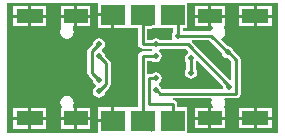
<source format=gbl>
G04*
G04 #@! TF.GenerationSoftware,Altium Limited,Altium Designer,18.1.7 (191)*
G04*
G04 Layer_Physical_Order=2*
G04 Layer_Color=16711680*
%FSLAX44Y44*%
%MOMM*%
G71*
G01*
G75*
%ADD21C,0.2540*%
%ADD22R,2.0000X1.8000*%
%ADD23R,2.0000X1.2000*%
%ADD24R,2.3000X1.2000*%
%ADD25C,0.5080*%
G36*
X1266115Y460330D02*
X1265215Y458982D01*
X1264820Y457000D01*
X1265188Y455155D01*
X1265101Y454775D01*
X1264625Y453885D01*
X1254330D01*
X1252982Y454785D01*
X1251000Y455179D01*
X1249018Y454785D01*
X1247670Y453885D01*
X1243885D01*
Y463115D01*
X1247000D01*
X1248487Y463411D01*
X1248560Y463460D01*
X1252540D01*
Y463460D01*
X1252860D01*
Y463460D01*
X1266115D01*
Y460330D01*
D02*
G37*
G36*
X1278606Y443900D02*
X1278363Y442347D01*
X1277337Y441662D01*
X1276215Y439982D01*
X1275820Y438000D01*
X1276215Y436018D01*
X1277115Y434670D01*
Y429330D01*
X1276215Y427982D01*
X1275820Y426000D01*
X1276215Y424018D01*
X1277337Y422337D01*
X1279018Y421215D01*
X1281000Y420821D01*
X1282982Y421215D01*
X1284662Y422337D01*
X1285785Y424018D01*
X1286180Y426000D01*
X1285785Y427982D01*
X1284885Y429330D01*
Y434670D01*
X1285347Y435363D01*
X1286900Y435606D01*
X1307934Y414572D01*
X1307820Y414000D01*
X1307989Y413155D01*
X1306946Y411885D01*
X1256609D01*
X1255853Y412640D01*
X1255785Y412982D01*
X1254662Y414663D01*
X1253804Y415236D01*
Y416764D01*
X1254662Y417337D01*
X1255785Y419018D01*
X1256180Y421000D01*
X1255785Y422982D01*
X1254662Y424663D01*
X1252982Y425785D01*
X1251000Y426180D01*
X1249018Y425785D01*
X1247670Y424885D01*
X1245000D01*
X1244866Y424858D01*
X1243885Y425664D01*
Y436115D01*
X1247670D01*
X1249018Y435215D01*
X1251000Y434821D01*
X1252982Y435215D01*
X1254662Y436338D01*
X1255785Y438018D01*
X1256180Y440000D01*
X1255785Y441982D01*
X1254662Y443662D01*
X1254212Y443963D01*
X1254129Y445368D01*
X1254928Y446115D01*
X1276391D01*
X1278606Y443900D01*
D02*
G37*
G36*
X1306898Y442698D02*
X1307215Y441108D01*
X1308338Y439427D01*
X1310018Y438305D01*
X1312000Y437910D01*
X1312572Y438024D01*
X1315115Y435481D01*
Y420174D01*
X1313845Y419648D01*
X1281648Y451845D01*
X1282174Y453115D01*
X1296481D01*
X1306898Y442698D01*
D02*
G37*
G36*
X1202060Y476270D02*
X1214600D01*
Y475000D01*
X1215870D01*
Y463460D01*
X1227140D01*
Y463460D01*
X1227460D01*
Y463460D01*
X1236115D01*
Y450000D01*
X1236411Y448513D01*
X1237253Y447253D01*
X1238513Y446411D01*
X1240000Y446115D01*
X1247670D01*
X1247788Y446037D01*
X1247871Y444632D01*
X1247072Y443885D01*
X1240000D01*
X1238513Y443589D01*
X1237253Y442747D01*
X1236411Y441487D01*
X1236115Y440000D01*
Y396540D01*
X1227460D01*
Y396540D01*
X1227140D01*
Y396540D01*
X1215870D01*
Y385000D01*
X1214600D01*
Y383730D01*
X1202060D01*
Y375000D01*
X1125000D01*
Y485000D01*
X1202060D01*
Y476270D01*
D02*
G37*
G36*
X1355000Y375000D02*
X1277940D01*
Y396540D01*
X1269285D01*
Y399000D01*
X1268989Y400487D01*
X1268147Y401747D01*
X1266887Y402589D01*
X1265598Y402845D01*
X1265723Y404115D01*
X1298165D01*
X1298764Y402995D01*
X1298546Y402669D01*
X1298096Y400410D01*
X1298546Y398151D01*
X1299301Y397020D01*
X1298623Y395750D01*
X1298100D01*
Y388480D01*
X1309370D01*
Y395750D01*
X1309370D01*
X1308698Y397020D01*
X1309454Y398151D01*
X1309903Y400410D01*
X1309454Y402669D01*
X1309236Y402995D01*
X1309835Y404115D01*
X1319000D01*
X1320487Y404411D01*
X1321747Y405253D01*
X1322589Y406513D01*
X1322885Y408000D01*
Y436548D01*
X1322975Y437000D01*
X1322679Y438487D01*
X1321837Y439747D01*
X1316853Y444730D01*
X1316785Y445072D01*
X1316623Y445315D01*
X1316589Y445487D01*
X1315747Y446747D01*
X1314487Y447589D01*
X1314378Y447611D01*
X1313982Y447875D01*
X1312392Y448191D01*
X1306730Y453853D01*
X1306957Y455422D01*
X1308174Y456236D01*
X1309454Y458151D01*
X1309903Y460410D01*
X1309454Y462669D01*
X1308632Y463900D01*
X1309310Y465170D01*
X1309370D01*
Y472440D01*
X1298100D01*
Y465170D01*
X1298690D01*
X1299368Y463900D01*
X1298546Y462669D01*
X1298187Y460865D01*
X1298090Y460885D01*
X1273885D01*
Y463460D01*
X1277940D01*
Y485000D01*
X1355000D01*
Y375000D01*
D02*
G37*
%LPC*%
G36*
X1195710Y482150D02*
X1184440D01*
Y474880D01*
X1195710D01*
Y482150D01*
D02*
G37*
G36*
X1181900D02*
X1170630D01*
Y474880D01*
X1181900D01*
Y482150D01*
D02*
G37*
G36*
X1158610D02*
X1145840D01*
Y474880D01*
X1158610D01*
Y482150D01*
D02*
G37*
G36*
X1143300D02*
X1130530D01*
Y474880D01*
X1143300D01*
Y482150D01*
D02*
G37*
G36*
X1181900Y472340D02*
X1170630D01*
Y465070D01*
X1170630D01*
X1171301Y463800D01*
X1170546Y462669D01*
X1170097Y460410D01*
X1170546Y458151D01*
X1171826Y456236D01*
X1173741Y454956D01*
X1176000Y454507D01*
X1178259Y454956D01*
X1180174Y456236D01*
X1181454Y458151D01*
X1181904Y460410D01*
X1181454Y462669D01*
X1180698Y463800D01*
X1181377Y465070D01*
X1181900D01*
Y472340D01*
D02*
G37*
G36*
X1195710D02*
X1184440D01*
Y465070D01*
X1195710D01*
Y472340D01*
D02*
G37*
G36*
X1158610D02*
X1145840D01*
Y465070D01*
X1158610D01*
Y472340D01*
D02*
G37*
G36*
X1143300D02*
X1130530D01*
Y465070D01*
X1143300D01*
Y472340D01*
D02*
G37*
G36*
X1213330Y473730D02*
X1202060D01*
Y463460D01*
X1213330D01*
Y473730D01*
D02*
G37*
G36*
X1203000Y455179D02*
X1201018Y454785D01*
X1199337Y453662D01*
X1198215Y451982D01*
X1197898Y450392D01*
X1194253Y446747D01*
X1193411Y445486D01*
X1193115Y444000D01*
Y426000D01*
X1193411Y424513D01*
X1194253Y423253D01*
X1197898Y419608D01*
X1198215Y418018D01*
X1199337Y416338D01*
X1200196Y415764D01*
Y414236D01*
X1199337Y413662D01*
X1198215Y411982D01*
X1197821Y410000D01*
X1198215Y408018D01*
X1199337Y406338D01*
X1201018Y405215D01*
X1203000Y404821D01*
X1204982Y405215D01*
X1206663Y406338D01*
X1207785Y408018D01*
X1208102Y409608D01*
X1211747Y413253D01*
X1212589Y414513D01*
X1212885Y416000D01*
Y434000D01*
X1212589Y435487D01*
X1211747Y436747D01*
X1208102Y440392D01*
X1207785Y441982D01*
X1206663Y443662D01*
X1205804Y444236D01*
Y445764D01*
X1206663Y446338D01*
X1207785Y448018D01*
X1208179Y450000D01*
X1207785Y451982D01*
X1206663Y453662D01*
X1204982Y454785D01*
X1203000Y455179D01*
D02*
G37*
G36*
X1195710Y395650D02*
X1184440D01*
Y388380D01*
X1195710D01*
Y395650D01*
D02*
G37*
G36*
X1176000Y406314D02*
X1173741Y405864D01*
X1171826Y404584D01*
X1170546Y402669D01*
X1170097Y400410D01*
X1170546Y398151D01*
X1171368Y396920D01*
X1170690Y395650D01*
X1170630D01*
Y388380D01*
X1181900D01*
Y395650D01*
X1181311D01*
X1180632Y396920D01*
X1181454Y398151D01*
X1181904Y400410D01*
X1181454Y402669D01*
X1180174Y404584D01*
X1178259Y405864D01*
X1176000Y406314D01*
D02*
G37*
G36*
X1158610Y395650D02*
X1145840D01*
Y388380D01*
X1158610D01*
Y395650D01*
D02*
G37*
G36*
X1143300D02*
X1130530D01*
Y388380D01*
X1143300D01*
Y395650D01*
D02*
G37*
G36*
X1213330Y396540D02*
X1202060D01*
Y386270D01*
X1213330D01*
Y396540D01*
D02*
G37*
G36*
X1195710Y385840D02*
X1184440D01*
Y378570D01*
X1195710D01*
Y385840D01*
D02*
G37*
G36*
X1181900D02*
X1170630D01*
Y378570D01*
X1181900D01*
Y385840D01*
D02*
G37*
G36*
X1158610D02*
X1145840D01*
Y378570D01*
X1158610D01*
Y385840D01*
D02*
G37*
G36*
X1143300D02*
X1130530D01*
Y378570D01*
X1143300D01*
Y385840D01*
D02*
G37*
G36*
X1349470Y482250D02*
X1336700D01*
Y474980D01*
X1349470D01*
Y482250D01*
D02*
G37*
G36*
X1309370D02*
X1298100D01*
Y474980D01*
X1309370D01*
Y482250D01*
D02*
G37*
G36*
X1295560D02*
X1284290D01*
Y474980D01*
X1295560D01*
Y482250D01*
D02*
G37*
G36*
X1334160D02*
X1321390D01*
Y474980D01*
X1334160D01*
Y482250D01*
D02*
G37*
G36*
X1349470Y472440D02*
X1336700D01*
Y465170D01*
X1349470D01*
Y472440D01*
D02*
G37*
G36*
X1334160D02*
X1321390D01*
Y465170D01*
X1334160D01*
Y472440D01*
D02*
G37*
G36*
X1295560D02*
X1284290D01*
Y465170D01*
X1295560D01*
Y472440D01*
D02*
G37*
G36*
X1349470Y395750D02*
X1336700D01*
Y388480D01*
X1349470D01*
Y395750D01*
D02*
G37*
G36*
X1295560D02*
X1284290D01*
Y388480D01*
X1295560D01*
Y395750D01*
D02*
G37*
G36*
X1334160D02*
X1321390D01*
Y388480D01*
X1334160D01*
Y395750D01*
D02*
G37*
G36*
X1349470Y385940D02*
X1336700D01*
Y378670D01*
X1349470D01*
Y385940D01*
D02*
G37*
G36*
X1334160D02*
X1321390D01*
Y378670D01*
X1334160D01*
Y385940D01*
D02*
G37*
G36*
X1309370D02*
X1298100D01*
Y378670D01*
X1309370D01*
Y385940D01*
D02*
G37*
G36*
X1295560D02*
X1284290D01*
Y378670D01*
X1295560D01*
Y385940D01*
D02*
G37*
%LPD*%
D21*
X1240000Y467000D02*
X1247000D01*
X1265400Y385000D02*
Y399000D01*
X1245000D02*
X1265400D01*
X1245000D02*
Y421000D01*
X1240000Y440000D02*
X1251000D01*
X1240000Y385000D02*
Y440000D01*
X1245000Y421000D02*
X1251000D01*
X1313000Y443090D02*
Y444000D01*
X1319000Y408000D02*
Y437000D01*
X1255000Y408000D02*
X1319000D01*
X1252000Y411000D02*
X1255000Y408000D01*
X1251000Y450000D02*
X1278000D01*
X1251000D02*
X1251000D01*
X1240000D02*
X1251000D01*
X1251000D02*
Y450000D01*
X1251000Y450000D02*
X1251000Y450000D01*
X1240000Y450000D02*
Y467000D01*
X1278000Y450000D02*
X1313000Y415000D01*
X1267000Y473000D02*
X1270000Y470000D01*
Y457000D02*
Y470000D01*
Y457000D02*
X1298090D01*
X1312000Y443090D01*
X1251000Y411000D02*
X1252000D01*
X1313000Y414000D02*
Y415000D01*
X1319000Y437000D02*
X1319090D01*
X1313000Y443090D02*
X1319090Y437000D01*
X1312000Y443090D02*
X1313000D01*
X1247000Y377000D02*
Y378000D01*
X1281000Y426000D02*
Y438000D01*
X1247000Y467000D02*
Y468000D01*
X1197000Y444000D02*
X1203000Y450000D01*
X1197000Y426000D02*
Y444000D01*
X1209000Y416000D02*
Y434000D01*
X1203000Y410000D02*
X1209000Y416000D01*
X1197000Y426000D02*
X1203000Y420000D01*
Y440000D02*
X1209000Y434000D01*
D22*
X1265400Y385000D02*
D03*
X1240000D02*
D03*
X1214600D02*
D03*
Y475000D02*
D03*
X1240000D02*
D03*
X1265400D02*
D03*
D23*
X1296830Y473710D02*
D03*
Y387210D02*
D03*
X1183170Y387110D02*
D03*
Y473610D02*
D03*
D24*
X1335430Y473710D02*
D03*
Y387210D02*
D03*
X1144570Y387110D02*
D03*
Y473610D02*
D03*
D25*
X1251000Y421000D02*
D03*
Y440000D02*
D03*
X1270000Y457000D02*
D03*
X1251000Y450000D02*
D03*
Y411000D02*
D03*
X1313000Y414000D02*
D03*
X1281000Y438000D02*
D03*
X1203000Y450000D02*
D03*
Y410000D02*
D03*
Y440000D02*
D03*
Y420000D02*
D03*
X1312000Y443090D02*
D03*
X1281000Y426000D02*
D03*
M02*

</source>
